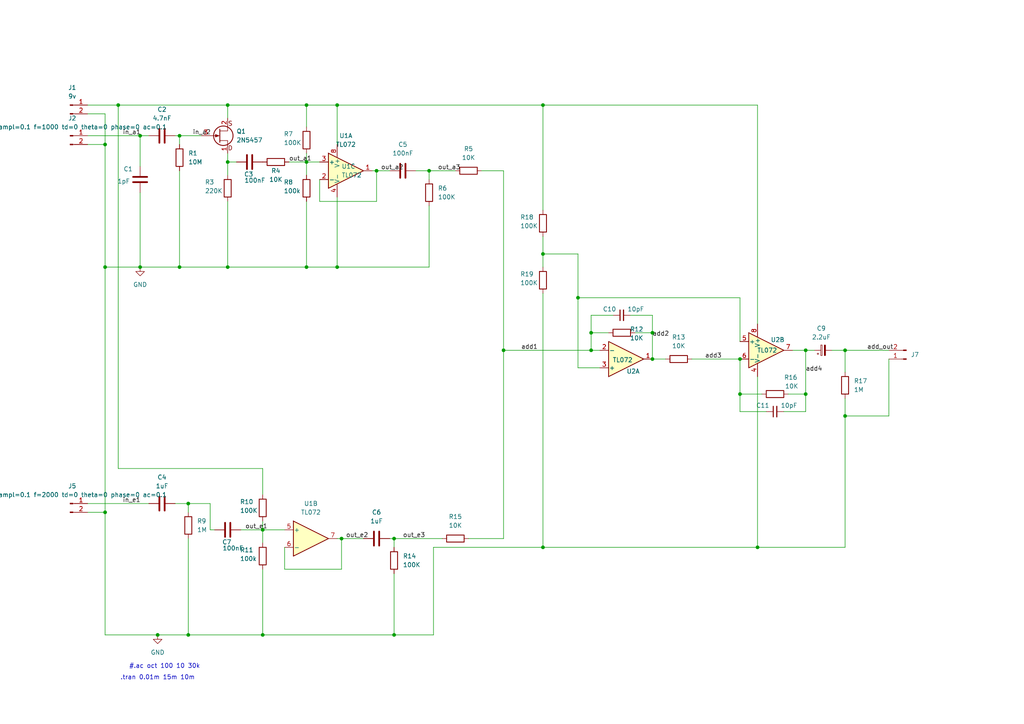
<source format=kicad_sch>
(kicad_sch (version 20250114) (generator "eeschema") (generator_version "9.0")
  (paper "A4")
  (title_block (title "AEGM - Acoustic Electric Guitar Mixer") (date "2025-10-17") (rev "V1.1") (company "Andrew Martin") (comment 1 "Fully working") (comment 2 "V1.1 Redid feedback on the non-inverting amp for electric"))
  (lib_symbols
    (symbol "ACRM:2N5457" (pin_names (hide yes))
      (property "Reference" "Q" (at 5.08 1.905 0))
      (property "Value" "2N5457" (at 5.08 0 0))
      (symbol "2N5457_0_1"
        (polyline (pts (xy 0 0) (xy -1.016 0.381) (xy -1.016 -0.381) (xy 0 0)) (fill (type outline)))
        (polyline (pts (xy 0.254 1.905) (xy 0.254 -1.905)) (stroke (width 0.254)))
        (polyline (pts (xy 0.254 0) (xy -2.54 0)))
        (circle (center 1.27 0) (radius 2.8194) (stroke (width 0.254)))
        (polyline (pts (xy 2.54 2.54) (xy 2.54 1.397) (xy 0.254 1.397)))
        (polyline (pts (xy 2.54 -2.54) (xy 2.54 -1.397) (xy 0.254 -1.397)))
      )
      (symbol "2N5457_1_1"
        (text "S" (at 3.302 3.556 0) (effects (font (size 1.27 1.27))))
        (text "D" (at 3.302 -3.556 0) (effects (font (size 1.27 1.27))))
        (pin input line (at -5.08 0 0) (length 2.54) (name "G") (number "3"))
        (pin passive line (at 2.54 5.08 270) (length 2.54) (name "D") (number "2"))
        (pin passive line (at 2.54 -5.08 90) (length 2.54) (name "S") (number "1"))
      )
    )
    (symbol "Amplifier_Operational:TL072" (pin_names (offset 0.127))
      (property "Reference" "U" (at 0 5.08 0))
      (property "Value" "TL072" (at 0 -5.08 0))
      (symbol "TL072_1_1"
        (polyline (pts (xy -5.08 5.08) (xy 5.08 0) (xy -5.08 -5.08) (xy -5.08 5.08)) (stroke (width 0.254)) (fill (type background)))
        (pin input line (at -7.62 2.54 0) (length 2.54) (name "+") (number "3"))
        (pin input line (at -7.62 -2.54 0) (length 2.54) (name "-") (number "2"))
        (pin output line (at 7.62 0 180) (length 2.54) (name "~") (number "1"))
      )
      (symbol "TL072_2_1"
        (polyline (pts (xy -5.08 5.08) (xy 5.08 0) (xy -5.08 -5.08) (xy -5.08 5.08)) (stroke (width 0.254)) (fill (type background)))
        (pin input line (at -7.62 2.54 0) (length 2.54) (name "+") (number "5"))
        (pin input line (at -7.62 -2.54 0) (length 2.54) (name "-") (number "6"))
        (pin output line (at 7.62 0 180) (length 2.54) (name "~") (number "7"))
      )
      (symbol "TL072_3_1"
        (pin power_in line (at -2.54 7.62 270) (length 3.81) (name "V+") (number "8"))
        (pin power_in line (at -2.54 -7.62 90) (length 3.81) (name "V-") (number "4"))
      )
    )
    (symbol "Connector:Conn_01x02_Pin" (pin_names (offset 1.016) (hide yes))
      (property "Reference" "J" (at 0 2.54 0))
      (property "Value" "Conn_01x02_Pin" (at 0 -5.08 0))
      (symbol "Conn_01x02_Pin_1_1"
        (rectangle (start 0.8636 0.127) (end 0 -0.127) (stroke (width 0.1524)) (fill (type outline)))
        (rectangle (start 0.8636 -2.413) (end 0 -2.667) (stroke (width 0.1524)) (fill (type outline)))
        (polyline (pts (xy 1.27 0) (xy 0.8636 0)) (stroke (width 0.1524)))
        (polyline (pts (xy 1.27 -2.54) (xy 0.8636 -2.54)) (stroke (width 0.1524)))
        (pin passive line (at 5.08 0 180) (length 3.81) (name "Pin_1") (number "1"))
        (pin passive line (at 5.08 -2.54 180) (length 3.81) (name "Pin_2") (number "2"))
      )
    )
    (symbol "Device:C" (pin_numbers (hide yes)) (pin_names (offset 0.254))
      (property "Reference" "C" (at 0.635 2.54 0))
      (property "Value" "C" (at 0.635 -2.54 0))
      (symbol "C_0_1"
        (polyline (pts (xy -2.032 0.762) (xy 2.032 0.762)) (stroke (width 0.508)))
        (polyline (pts (xy -2.032 -0.762) (xy 2.032 -0.762)) (stroke (width 0.508)))
      )
      (symbol "C_1_1"
        (pin passive line (at 0 3.81 270) (length 2.794) (name "~") (number "1"))
        (pin passive line (at 0 -3.81 90) (length 2.794) (name "~") (number "2"))
      )
    )
    (symbol "Device:C_Polarized_Small" (pin_numbers (hide yes)) (pin_names (offset 0.254) (hide yes))
      (property "Reference" "C" (at 0.254 1.778 0))
      (property "Value" "C_Polarized_Small" (at 0.254 -2.032 0))
      (symbol "C_Polarized_Small_0_1"
        (rectangle (start -1.524 0.6858) (end 1.524 0.3048))
        (rectangle (start -1.524 -0.3048) (end 1.524 -0.6858) (fill (type outline)))
        (polyline (pts (xy -1.27 1.524) (xy -0.762 1.524)))
        (polyline (pts (xy -1.016 1.27) (xy -1.016 1.778)))
      )
      (symbol "C_Polarized_Small_1_1"
        (pin passive line (at 0 2.54 270) (length 1.8542) (name "~") (number "1"))
        (pin passive line (at 0 -2.54 90) (length 1.8542) (name "~") (number "2"))
      )
    )
    (symbol "Device:C_Small" (pin_numbers (hide yes)) (pin_names (offset 0.254) (hide yes))
      (property "Reference" "C" (at 0.254 1.778 0))
      (property "Value" "C_Small" (at 0.254 -2.032 0))
      (symbol "C_Small_0_1"
        (polyline (pts (xy -1.524 0.508) (xy 1.524 0.508)) (stroke (width 0.3048)))
        (polyline (pts (xy -1.524 -0.508) (xy 1.524 -0.508)) (stroke (width 0.3302)))
      )
      (symbol "C_Small_1_1"
        (pin passive line (at 0 2.54 270) (length 2.032) (name "~") (number "1"))
        (pin passive line (at 0 -2.54 90) (length 2.032) (name "~") (number "2"))
      )
    )
    (symbol "Device:R" (pin_numbers (hide yes)) (pin_names (offset 0))
      (property "Reference" "R" (at 2.032 0 90))
      (property "Value" "R" (at 0 0 90))
      (symbol "R_0_1"
        (rectangle (start -1.016 -2.54) (end 1.016 2.54) (stroke (width 0.254)))
      )
      (symbol "R_1_1"
        (pin passive line (at 0 3.81 270) (length 1.27) (name "~") (number "1"))
        (pin passive line (at 0 -3.81 90) (length 1.27) (name "~") (number "2"))
      )
    )
    (symbol "power:GND" (power) (pin_numbers (hide yes)) (pin_names (offset 0) (hide yes))
      (property "Value" "GND" (at 0 -3.81 0))
      (symbol "GND_0_1"
        (polyline (pts (xy 0 0) (xy 0 -1.27) (xy 1.27 -1.27) (xy 0 -2.54) (xy -1.27 -1.27) (xy 0 -1.27)))
      )
      (symbol "GND_1_1"
        (pin power_in line (at 0 0 270) (length 0) (name "~") (number "1"))
      )
    )
  )
  (text "#.ac oct 100 10 30k" (at 47.752 193.294 0) (effects (font (size 1.27 1.27))))
  (text ".tran 0.01m 15m 10m" (at 45.72 196.596 0) (effects (font (size 1.27 1.27))))
  (junction (at 54.61 146.05))
  (junction (at 245.11 120.65))
  (junction (at 30.48 77.47))
  (junction (at 97.79 30.48))
  (junction (at 99.06 156.21))
  (junction (at 157.48 158.75))
  (junction (at 245.11 101.6))
  (junction (at 124.46 49.53))
  (junction (at 233.68 114.3))
  (junction (at 52.07 39.37))
  (junction (at 66.04 30.48))
  (junction (at 30.48 41.91))
  (junction (at 54.61 184.15))
  (junction (at 233.68 101.6))
  (junction (at 114.3 156.21))
  (junction (at 40.64 39.37))
  (junction (at 189.23 96.52))
  (junction (at 214.63 114.3))
  (junction (at 109.22 49.53))
  (junction (at 219.71 158.75))
  (junction (at 157.48 30.48))
  (junction (at 171.45 101.6))
  (junction (at 146.05 101.6))
  (junction (at 30.48 148.59))
  (junction (at 167.64 86.36))
  (junction (at 66.04 46.99))
  (junction (at 97.79 77.47))
  (junction (at 45.72 184.15))
  (junction (at 88.9 46.99))
  (junction (at 88.9 30.48))
  (junction (at 52.07 77.47))
  (junction (at 34.29 30.48))
  (junction (at 88.9 77.47))
  (junction (at 157.48 73.66))
  (junction (at 66.04 77.47))
  (junction (at 76.2 153.67))
  (junction (at 114.3 184.15))
  (junction (at 214.63 104.14))
  (junction (at 76.2 184.15))
  (junction (at 189.23 104.14))
  (junction (at 171.45 96.52))
  (junction (at 40.64 77.47))
  (wire (pts (xy 30.48 77.47) (xy 30.48 148.59)))
  (wire (pts (xy 88.9 44.45) (xy 88.9 46.99)))
  (wire (pts (xy 146.05 156.21) (xy 135.89 156.21)))
  (wire (pts (xy 97.79 156.21) (xy 99.06 156.21)))
  (wire (pts (xy 177.8 91.44) (xy 171.45 91.44)))
  (wire (pts (xy 52.07 41.91) (xy 52.07 39.37)))
  (wire (pts (xy 241.3 101.6) (xy 245.11 101.6)))
  (wire (pts (xy 34.29 30.48) (xy 66.04 30.48)))
  (wire (pts (xy 52.07 49.53) (xy 52.07 77.47)))
  (wire (pts (xy 30.48 148.59) (xy 30.48 184.15)))
  (wire (pts (xy 167.64 106.68) (xy 173.99 106.68)))
  (wire (pts (xy 233.68 119.38) (xy 233.68 114.3)))
  (wire (pts (xy 214.63 119.38) (xy 214.63 114.3)))
  (wire (pts (xy 92.71 58.42) (xy 109.22 58.42)))
  (wire (pts (xy 66.04 50.8) (xy 66.04 46.99)))
  (wire (pts (xy 66.04 77.47) (xy 66.04 58.42)))
  (wire (pts (xy 200.66 104.14) (xy 214.63 104.14)))
  (wire (pts (xy 233.68 114.3) (xy 228.6 114.3)))
  (wire (pts (xy 25.4 39.37) (xy 40.64 39.37)))
  (wire (pts (xy 25.4 33.02) (xy 30.48 33.02)))
  (wire (pts (xy 76.2 184.15) (xy 114.3 184.15)))
  (wire (pts (xy 88.9 58.42) (xy 88.9 77.47)))
  (wire (pts (xy 219.71 158.75) (xy 245.11 158.75)))
  (wire (pts (xy 52.07 77.47) (xy 66.04 77.47)))
  (wire (pts (xy 114.3 156.21) (xy 128.27 156.21)))
  (wire (pts (xy 50.8 39.37) (xy 52.07 39.37)))
  (wire (pts (xy 40.64 77.47) (xy 52.07 77.47)))
  (wire (pts (xy 66.04 30.48) (xy 66.04 34.29)))
  (wire (pts (xy 30.48 33.02) (xy 30.48 41.91)))
  (wire (pts (xy 69.85 153.67) (xy 76.2 153.67)))
  (wire (pts (xy 120.65 49.53) (xy 124.46 49.53)))
  (wire (pts (xy 88.9 46.99) (xy 88.9 50.8)))
  (wire (pts (xy 171.45 101.6) (xy 173.99 101.6)))
  (wire (pts (xy 146.05 101.6) (xy 146.05 156.21)))
  (wire (pts (xy 76.2 151.13) (xy 76.2 153.67)))
  (wire (pts (xy 66.04 30.48) (xy 88.9 30.48)))
  (wire (pts (xy 82.55 165.1) (xy 99.06 165.1)))
  (wire (pts (xy 167.64 86.36) (xy 214.63 86.36)))
  (wire (pts (xy 50.8 146.05) (xy 54.61 146.05)))
  (wire (pts (xy 97.79 57.15) (xy 97.79 77.47)))
  (wire (pts (xy 97.79 41.91) (xy 97.79 30.48)))
  (wire (pts (xy 76.2 153.67) (xy 82.55 153.67)))
  (wire (pts (xy 25.4 148.59) (xy 30.48 148.59)))
  (wire (pts (xy 124.46 49.53) (xy 124.46 52.07)))
  (wire (pts (xy 245.11 101.6) (xy 257.81 101.6)))
  (wire (pts (xy 25.4 30.48) (xy 34.29 30.48)))
  (wire (pts (xy 157.48 30.48) (xy 219.71 30.48)))
  (wire (pts (xy 97.79 77.47) (xy 124.46 77.47)))
  (wire (pts (xy 76.2 165.1) (xy 76.2 184.15)))
  (wire (pts (xy 184.15 96.52) (xy 189.23 96.52)))
  (wire (pts (xy 30.48 77.47) (xy 40.64 77.47)))
  (wire (pts (xy 146.05 101.6) (xy 171.45 101.6)))
  (wire (pts (xy 157.48 30.48) (xy 157.48 60.96)))
  (wire (pts (xy 182.88 91.44) (xy 189.23 91.44)))
  (wire (pts (xy 107.95 49.53) (xy 109.22 49.53)))
  (wire (pts (xy 245.11 158.75) (xy 245.11 120.65)))
  (wire (pts (xy 76.2 135.89) (xy 76.2 143.51)))
  (wire (pts (xy 45.72 184.15) (xy 54.61 184.15)))
  (wire (pts (xy 214.63 104.14) (xy 214.63 114.3)))
  (wire (pts (xy 146.05 49.53) (xy 146.05 101.6)))
  (wire (pts (xy 88.9 46.99) (xy 92.71 46.99)))
  (wire (pts (xy 66.04 77.47) (xy 88.9 77.47)))
  (wire (pts (xy 222.25 119.38) (xy 214.63 119.38)))
  (wire (pts (xy 257.81 120.65) (xy 245.11 120.65)))
  (wire (pts (xy 167.64 86.36) (xy 167.64 106.68)))
  (wire (pts (xy 82.55 165.1) (xy 82.55 158.75)))
  (wire (pts (xy 245.11 101.6) (xy 245.11 107.95)))
  (wire (pts (xy 30.48 41.91) (xy 30.48 77.47)))
  (wire (pts (xy 88.9 30.48) (xy 97.79 30.48)))
  (wire (pts (xy 109.22 49.53) (xy 113.03 49.53)))
  (wire (pts (xy 34.29 30.48) (xy 34.29 135.89)))
  (wire (pts (xy 76.2 153.67) (xy 76.2 157.48)))
  (wire (pts (xy 92.71 58.42) (xy 92.71 52.07)))
  (wire (pts (xy 157.48 68.58) (xy 157.48 73.66)))
  (wire (pts (xy 34.29 135.89) (xy 76.2 135.89)))
  (wire (pts (xy 88.9 30.48) (xy 88.9 36.83)))
  (wire (pts (xy 157.48 158.75) (xy 219.71 158.75)))
  (wire (pts (xy 40.64 39.37) (xy 43.18 39.37)))
  (wire (pts (xy 227.33 119.38) (xy 233.68 119.38)))
  (wire (pts (xy 60.96 153.67) (xy 60.96 146.05)))
  (wire (pts (xy 40.64 39.37) (xy 40.64 48.26)))
  (wire (pts (xy 233.68 101.6) (xy 229.87 101.6)))
  (wire (pts (xy 114.3 166.37) (xy 114.3 184.15)))
  (wire (pts (xy 66.04 46.99) (xy 66.04 44.45)))
  (wire (pts (xy 171.45 96.52) (xy 176.53 96.52)))
  (wire (pts (xy 157.48 73.66) (xy 167.64 73.66)))
  (wire (pts (xy 25.4 146.05) (xy 43.18 146.05)))
  (wire (pts (xy 25.4 41.91) (xy 30.48 41.91)))
  (wire (pts (xy 171.45 101.6) (xy 171.45 96.52)))
  (wire (pts (xy 189.23 96.52) (xy 189.23 104.14)))
  (wire (pts (xy 189.23 104.14) (xy 193.04 104.14)))
  (wire (pts (xy 68.58 46.99) (xy 66.04 46.99)))
  (wire (pts (xy 171.45 91.44) (xy 171.45 96.52)))
  (wire (pts (xy 52.07 39.37) (xy 58.42 39.37)))
  (wire (pts (xy 97.79 30.48) (xy 157.48 30.48)))
  (wire (pts (xy 219.71 109.22) (xy 219.71 158.75)))
  (wire (pts (xy 99.06 156.21) (xy 99.06 165.1)))
  (wire (pts (xy 233.68 101.6) (xy 236.22 101.6)))
  (wire (pts (xy 214.63 86.36) (xy 214.63 99.06)))
  (wire (pts (xy 139.7 49.53) (xy 146.05 49.53)))
  (wire (pts (xy 113.03 156.21) (xy 114.3 156.21)))
  (wire (pts (xy 167.64 73.66) (xy 167.64 86.36)))
  (wire (pts (xy 233.68 114.3) (xy 233.68 101.6)))
  (wire (pts (xy 157.48 73.66) (xy 157.48 77.47)))
  (wire (pts (xy 189.23 91.44) (xy 189.23 96.52)))
  (wire (pts (xy 109.22 49.53) (xy 109.22 58.42)))
  (wire (pts (xy 40.64 55.88) (xy 40.64 77.47)))
  (wire (pts (xy 257.81 104.14) (xy 257.81 120.65)))
  (wire (pts (xy 124.46 49.53) (xy 132.08 49.53)))
  (wire (pts (xy 125.73 158.75) (xy 157.48 158.75)))
  (wire (pts (xy 219.71 30.48) (xy 219.71 93.98)))
  (wire (pts (xy 88.9 77.47) (xy 97.79 77.47)))
  (wire (pts (xy 125.73 158.75) (xy 125.73 184.15)))
  (wire (pts (xy 114.3 156.21) (xy 114.3 158.75)))
  (wire (pts (xy 54.61 184.15) (xy 76.2 184.15)))
  (wire (pts (xy 124.46 59.69) (xy 124.46 77.47)))
  (wire (pts (xy 54.61 148.59) (xy 54.61 146.05)))
  (wire (pts (xy 214.63 114.3) (xy 220.98 114.3)))
  (wire (pts (xy 125.73 184.15) (xy 114.3 184.15)))
  (wire (pts (xy 60.96 153.67) (xy 62.23 153.67)))
  (wire (pts (xy 83.82 46.99) (xy 88.9 46.99)))
  (wire (pts (xy 157.48 85.09) (xy 157.48 158.75)))
  (wire (pts (xy 54.61 146.05) (xy 60.96 146.05)))
  (wire (pts (xy 99.06 156.21) (xy 105.41 156.21)))
  (wire (pts (xy 54.61 156.21) (xy 54.61 184.15)))
  (wire (pts (xy 245.11 120.65) (xy 245.11 115.57)))
  (wire (pts (xy 30.48 184.15) (xy 45.72 184.15)))
  (label "add1" (at 151.13 101.6 0))
  (label "out_e2" (at 100.33 156.21 0))
  (label "add_out" (at 251.46 101.6 0))
  (label "add2" (at 189.23 97.79 0))
  (label "out_a2" (at 110.49 49.53 0))
  (label "add3" (at 204.47 104.14 0))
  (label "in_a1" (at 35.56 39.37 0))
  (label "in_e1" (at 35.56 146.05 0))
  (label "out_a1" (at 83.82 46.99 0))
  (label "in_a2" (at 55.88 39.37 0))
  (label "out_e3" (at 116.84 156.21 0))
  (label "add4" (at 233.68 107.95 0))
  (label "out_a3" (at 127 49.53 0))
  (label "out_e1" (at 71.12 153.67 0))
  (symbol (lib_id "Device:C") (at 40.64 52.07 0) (unit 1)
    (property "Reference" "C1" (at 35.814 49.022 0) (effects (justify left)))
    (property "Value" "1pF" (at 34.036 52.578 0) (effects (justify left)))
    (property "Footprint" "Capacitor_THT:C_Disc_D4.3mm_W1.9mm_P5.00mm" (effects (hide yes)))
    (property "Description" "Unpolarized capacitor" (effects (hide yes)))
  )
  (symbol (lib_id "Amplifier_Operational:TL072") (at 90.17 156.21 0) (unit 2)
    (property "Reference" "U1" (at 90.17 146.05 0))
    (property "Value" "TL072" (at 90.17 148.59 0))
    (property "Datasheet" "http://www.ti.com/lit/ds/symlink/tl071.pdf" (effects (hide yes)))
    (property "Description" "Dual Low-Noise JFET-Input Operational Amplifiers, DIP-8/SOIC-8" (effects (hide yes)))
    (property "Sim.Library" "TL072_DBL.301" (effects (hide yes)))
    (property "Sim.Name" "TL072_DBL" (effects (hide yes)))
    (property "Sim.Device" "SUBCKT" (effects (hide yes)))
    (property "Sim.Pins" "1=1OUT 2=1INV 3=1NON 4=GND 5=2NON 6=2INV 7=2OUT 8=VCC" (effects (hide yes)))
  )
  (symbol (lib_id "Amplifier_Operational:TL072") (at 100.33 49.53 0) (unit 1)
    (property "Reference" "U1" (at 100.33 39.37 0))
    (property "Value" "TL072" (at 100.33 41.91 0))
    (property "Datasheet" "http://www.ti.com/lit/ds/symlink/tl071.pdf" (effects (hide yes)))
    (property "Description" "Dual Low-Noise JFET-Input Operational Amplifiers, DIP-8/SOIC-8" (effects (hide yes)))
    (property "Sim.Library" "TL072_DBL.301" (effects (hide yes)))
    (property "Sim.Name" "TL072_DBL" (effects (hide yes)))
    (property "Sim.Device" "SUBCKT" (effects (hide yes)))
    (property "Sim.Pins" "1=1OUT 2=1INV 3=1NON 4=GND 5=2NON 6=2INV 7=2OUT 8=VCC" (effects (hide yes)))
  )
  (symbol (lib_id "Device:R") (at 180.34 96.52 90) (unit 1)
    (property "Reference" "R12" (at 184.658 95.504 90))
    (property "Value" "10K" (at 184.658 98.044 90))
    (property "Footprint" "Resistor_THT:R_Axial_DIN0207_L6.3mm_D2.5mm_P10.16mm_Horizontal" (effects (hide yes)))
    (property "Description" "Resistor" (effects (hide yes)))
  )
  (symbol (lib_id "Amplifier_Operational:TL072") (at 181.61 104.14 0) (mirror x) (unit 1)
    (property "Reference" "U2" (at 183.642 107.696 0))
    (property "Value" "TL072" (at 180.594 104.394 0))
    (property "Footprint" "Package_DIP:DIP-8_W7.62mm" (effects (hide yes)))
    (property "Datasheet" "http://www.ti.com/lit/ds/symlink/tl071.pdf" (effects (hide yes)))
    (property "Description" "Dual Low-Noise JFET-Input Operational Amplifiers, DIP-8/SOIC-8" (effects (hide yes)))
    (property "Sim.Library" "TL072_DBL.301" (effects (hide yes)))
    (property "Sim.Name" "TL072_DBL" (effects (hide yes)))
    (property "Sim.Device" "SUBCKT" (effects (hide yes)))
    (property "Sim.Pins" "1=1OUT 2=1INV 3=1NON 4=GND 5=2NON 6=2INV 7=2OUT 8=VCC" (effects (hide yes)))
  )
  (symbol (lib_id "Device:R") (at 80.01 46.99 90) (unit 1)
    (property "Reference" "R4" (at 80.01 49.53 90))
    (property "Value" "10K" (at 80.01 52.07 90))
    (property "Footprint" "Resistor_THT:R_Axial_DIN0207_L6.3mm_D2.5mm_P10.16mm_Horizontal" (effects (hide yes)))
    (property "Description" "Resistor" (effects (hide yes)))
  )
  (symbol (lib_id "Device:R") (at 66.04 54.61 0) (unit 1)
    (property "Reference" "R3" (at 59.436 52.832 0) (effects (justify left)))
    (property "Value" "220K" (at 59.436 55.372 0) (effects (justify left)))
    (property "Footprint" "Resistor_THT:R_Axial_DIN0207_L6.3mm_D2.5mm_P10.16mm_Horizontal" (effects (hide yes)))
    (property "Description" "Resistor" (effects (hide yes)))
  )
  (symbol (lib_id "Device:R") (at 224.79 114.3 90) (unit 1)
    (property "Reference" "R16" (at 229.362 109.474 90))
    (property "Value" "10K" (at 229.616 112.014 90))
    (property "Footprint" "Resistor_THT:R_Axial_DIN0207_L6.3mm_D2.5mm_P10.16mm_Horizontal" (effects (hide yes)))
    (property "Description" "Resistor" (effects (hide yes)))
  )
  (symbol (lib_id "Connector:Conn_01x02_Pin") (at 20.32 30.48 0) (unit 1)
    (property "Reference" "J1" (at 20.955 25.4 0))
    (property "Value" "9v" (at 20.955 27.94 0))
    (property "Description" "Generic connector, single row, 01x02, script generated" (effects (hide yes)))
    (property "Sim.Device" "V" (effects (hide yes)))
    (property "Sim.Type" "DC" (effects (hide yes)))
    (property "Sim.Pins" "1=+ 2=-" (effects (hide yes)))
  )
  (symbol (lib_id "Device:C_Polarized_Small") (at 238.76 101.6 90) (unit 1)
    (property "Reference" "C9" (at 238.2139 95.25 90))
    (property "Value" "2.2uF" (at 238.2139 97.79 90))
    (property "Footprint" "Capacitor_THT:CP_Radial_D5.0mm_P2.00mm" (effects (hide yes)))
    (property "Description" "Polarized capacitor, small symbol" (effects (hide yes)))
  )
  (symbol (lib_id "Device:R") (at 124.46 55.88 0) (unit 1)
    (property "Reference" "R6" (at 127 54.6099 0) (effects (justify left)))
    (property "Value" "100K" (at 127 57.1499 0) (effects (justify left)))
    (property "Description" "Resistor" (effects (hide yes)))
  )
  (symbol (lib_id "Device:C") (at 116.84 49.53 90) (unit 1)
    (property "Reference" "C5" (at 116.84 41.91 90))
    (property "Value" "100nF" (at 116.84 44.45 90))
    (property "Footprint" "Capacitor_THT:C_Rect_L7.2mm_W4.5mm_P5.00mm_FKS2_FKP2_MKS2_MKP2" (effects (hide yes)))
    (property "Description" "Unpolarized capacitor" (effects (hide yes)))
  )
  (symbol (lib_id "Device:R") (at 132.08 156.21 90) (unit 1)
    (property "Reference" "R15" (at 132.08 149.86 90))
    (property "Value" "10K" (at 132.08 152.4 90))
    (property "Footprint" "Resistor_THT:R_Axial_DIN0207_L6.3mm_D2.5mm_P10.16mm_Horizontal" (effects (hide yes)))
    (property "Description" "Resistor" (effects (hide yes)))
  )
  (symbol (lib_id "Device:C_Small") (at 180.34 91.44 90) (unit 1)
    (property "Reference" "C10" (at 176.784 89.662 90))
    (property "Value" "10pF" (at 184.404 89.662 90))
    (property "Footprint" "Capacitor_THT:C_Disc_D4.3mm_W1.9mm_P5.00mm" (effects (hide yes)))
    (property "Description" "Unpolarized capacitor, small symbol" (effects (hide yes)))
  )
  (symbol (lib_id "Device:R") (at 54.61 152.4 0) (unit 1)
    (property "Reference" "R9" (at 57.15 151.1299 0) (effects (justify left)))
    (property "Value" "1M" (at 57.15 153.6699 0) (effects (justify left)))
    (property "Footprint" "Resistor_THT:R_Axial_DIN0207_L6.3mm_D2.5mm_P10.16mm_Horizontal" (effects (hide yes)))
    (property "Description" "Resistor" (effects (hide yes)))
  )
  (symbol (lib_id "Device:R") (at 196.85 104.14 270) (unit 1)
    (property "Reference" "R13" (at 196.85 97.79 90))
    (property "Value" "10K" (at 196.85 100.33 90))
    (property "Footprint" "Resistor_THT:R_Axial_DIN0207_L6.3mm_D2.5mm_P10.16mm_Horizontal" (effects (hide yes)))
    (property "Description" "Resistor" (effects (hide yes)))
  )
  (symbol (lib_id "Device:C") (at 66.04 153.67 90) (unit 1)
    (property "Reference" "C7" (at 65.786 157.226 90))
    (property "Value" "100nF" (at 67.564 159.004 90))
    (property "Footprint" "Capacitor_THT:C_Rect_L7.2mm_W2.5mm_P5.00mm_FKS2_FKP2_MKS2_MKP2" (effects (hide yes)))
    (property "Description" "Unpolarized capacitor" (effects (hide yes)))
  )
  (symbol (lib_id "Device:R") (at 88.9 54.61 0) (unit 1)
    (property "Reference" "R8" (at 82.296 52.832 0) (effects (justify left)))
    (property "Value" "100k" (at 82.296 55.372 0) (effects (justify left)))
    (property "Footprint" "Resistor_THT:R_Axial_DIN0207_L6.3mm_D2.5mm_P10.16mm_Horizontal" (effects (hide yes)))
    (property "Description" "Resistor" (effects (hide yes)))
  )
  (symbol (lib_id "Device:R") (at 114.3 162.56 0) (unit 1)
    (property "Reference" "R14" (at 116.84 161.2899 0) (effects (justify left)))
    (property "Value" "100K" (at 116.84 163.8299 0) (effects (justify left)))
    (property "Description" "Resistor" (effects (hide yes)))
  )
  (symbol (lib_id "Device:C") (at 46.99 146.05 90) (unit 1)
    (property "Reference" "C4" (at 46.99 138.43 90))
    (property "Value" "1uF" (at 46.99 140.97 90))
    (property "Footprint" "Capacitor_THT:C_Rect_L7.2mm_W2.5mm_P5.00mm_FKS2_FKP2_MKS2_MKP2" (effects (hide yes)))
    (property "Description" "Unpolarized capacitor" (effects (hide yes)))
  )
  (symbol (lib_id "Device:R") (at 157.48 81.28 0) (unit 1)
    (property "Reference" "R19" (at 150.876 79.502 0) (effects (justify left)))
    (property "Value" "100K" (at 150.876 82.042 0) (effects (justify left)))
    (property "Footprint" "Resistor_THT:R_Axial_DIN0207_L6.3mm_D2.5mm_P10.16mm_Horizontal" (effects (hide yes)))
    (property "Description" "Resistor" (effects (hide yes)))
  )
  (symbol (lib_id "Device:R") (at 135.89 49.53 90) (unit 1)
    (property "Reference" "R5" (at 135.89 43.18 90))
    (property "Value" "10K" (at 135.89 45.72 90))
    (property "Footprint" "Resistor_THT:R_Axial_DIN0207_L6.3mm_D2.5mm_P10.16mm_Horizontal" (effects (hide yes)))
    (property "Description" "Resistor" (effects (hide yes)))
  )
  (symbol (lib_id "Device:R") (at 88.9 40.64 0) (unit 1)
    (property "Reference" "R7" (at 82.296 38.862 0) (effects (justify left)))
    (property "Value" "100K" (at 82.296 41.402 0) (effects (justify left)))
    (property "Footprint" "Resistor_THT:R_Axial_DIN0207_L6.3mm_D2.5mm_P10.16mm_Horizontal" (effects (hide yes)))
    (property "Description" "Resistor" (effects (hide yes)))
  )
  (symbol (lib_id "Connector:Conn_01x02_Pin") (at 262.89 104.14 180) (unit 1) (exclude_from_sim yes)
    (property "Reference" "J7" (at 264.16 102.8701 0) (effects (justify right)))
    (property "Value" "Conn_01x02_Pin" (effects (hide yes)))
    (property "Footprint" "Connector_Molex:Molex_KK-254_AE-6410-02A_1x02_P2.54mm_Vertical" (effects (hide yes)))
    (property "Description" "Generic connector, single row, 01x02, script generated" (effects (hide yes)))
  )
  (symbol (lib_id "Device:R") (at 76.2 161.29 0) (unit 1)
    (property "Reference" "R11" (at 69.596 159.512 0) (effects (justify left)))
    (property "Value" "100k" (at 69.596 162.052 0) (effects (justify left)))
    (property "Footprint" "Resistor_THT:R_Axial_DIN0207_L6.3mm_D2.5mm_P10.16mm_Horizontal" (effects (hide yes)))
    (property "Description" "Resistor" (effects (hide yes)))
  )
  (symbol (lib_id "Device:C") (at 46.99 39.37 90) (unit 1)
    (property "Reference" "C2" (at 46.99 31.75 90))
    (property "Value" "4.7nF" (at 46.99 34.29 90))
    (property "Footprint" "Capacitor_THT:C_Rect_L7.2mm_W2.5mm_P5.00mm_FKS2_FKP2_MKS2_MKP2" (effects (hide yes)))
    (property "Description" "Unpolarized capacitor" (effects (hide yes)))
  )
  (symbol (lib_id "Device:R") (at 76.2 147.32 0) (unit 1)
    (property "Reference" "R10" (at 69.596 145.542 0) (effects (justify left)))
    (property "Value" "100K" (at 69.596 148.082 0) (effects (justify left)))
    (property "Footprint" "Resistor_THT:R_Axial_DIN0207_L6.3mm_D2.5mm_P10.16mm_Horizontal" (effects (hide yes)))
    (property "Description" "Resistor" (effects (hide yes)))
  )
  (symbol (lib_id "Device:R") (at 245.11 111.76 180) (unit 1)
    (property "Reference" "R17" (at 247.65 110.4899 0) (effects (justify right)))
    (property "Value" "1M" (at 247.65 113.0299 0) (effects (justify right)))
    (property "Footprint" "Resistor_THT:R_Axial_DIN0207_L6.3mm_D2.5mm_P10.16mm_Horizontal" (effects (hide yes)))
    (property "Description" "Resistor" (effects (hide yes)))
  )
  (symbol (lib_id "Connector:Conn_01x02_Pin") (at 20.32 146.05 0) (unit 1)
    (property "Reference" "J5" (at 20.955 140.97 0))
    (property "Value" "${SIM.PARAMS}" (at 20.955 143.51 0))
    (property "Description" "Generic connector, single row, 01x02, script generated" (effects (hide yes)))
    (property "Sim.Device" "V" (effects (hide yes)))
    (property "Sim.Type" "SIN" (effects (hide yes)))
    (property "Sim.Pins" "1=+ 2=-" (effects (hide yes)))
    (property "Sim.Params" "dc=0 ampl=0.1 f=2000 td=0 theta=0 phase=0 ac=0.1" (effects (hide yes)))
  )
  (symbol (lib_id "Device:C") (at 72.39 46.99 90) (unit 1)
    (property "Reference" "C3" (at 72.136 50.546 90))
    (property "Value" "100nF" (at 73.914 52.324 90))
    (property "Footprint" "Capacitor_THT:C_Rect_L7.2mm_W2.5mm_P5.00mm_FKS2_FKP2_MKS2_MKP2" (effects (hide yes)))
    (property "Description" "Unpolarized capacitor" (effects (hide yes)))
  )
  (symbol (lib_id "ACRM:2N5457") (at 63.5 39.37 0) (unit 1)
    (property "Reference" "Q1" (at 68.58 38.0999 0) (effects (justify left)))
    (property "Value" "2N5457" (at 68.58 40.6399 0) (effects (justify left)))
    (property "Footprint" "Package_TO_SOT_THT:TO-92_HandSolder" (effects (hide yes)))
    (property "Description" "N-Channel JFET, TO-92" (effects (hide yes)))
    (property "Sim.Device" "NJFET" (effects (hide yes)))
    (property "Sim.Type" "SHICHMANHODGES" (effects (hide yes)))
    (property "Sim.Pins" "1=D 2=S 3=G" (effects (hide yes)))
    (property "Sim.Library" "2N5457_CSM.LIB" (effects (hide yes)))
    (property "Sim.Name" "2N5457" (effects (hide yes)))
  )
  (symbol (lib_id "Device:C") (at 109.22 156.21 90) (unit 1)
    (property "Reference" "C6" (at 109.22 148.59 90))
    (property "Value" "1uF" (at 109.22 151.13 90))
    (property "Footprint" "Capacitor_THT:C_Rect_L7.2mm_W4.5mm_P5.00mm_FKS2_FKP2_MKS2_MKP2" (effects (hide yes)))
    (property "Description" "Unpolarized capacitor" (effects (hide yes)))
  )
  (symbol (lib_id "Amplifier_Operational:TL072") (at 222.25 101.6 0) (unit 2)
    (property "Reference" "U2" (at 225.552 98.552 0))
    (property "Value" "TL072" (at 222.504 101.6 0))
    (property "Footprint" "Package_DIP:DIP-8_W7.62mm" (effects (hide yes)))
    (property "Datasheet" "http://www.ti.com/lit/ds/symlink/tl071.pdf" (effects (hide yes)))
    (property "Description" "Dual Low-Noise JFET-Input Operational Amplifiers, DIP-8/SOIC-8" (effects (hide yes)))
    (property "Sim.Library" "TL072_DBL.301" (effects (hide yes)))
    (property "Sim.Name" "TL072_DBL" (effects (hide yes)))
    (property "Sim.Device" "SUBCKT" (effects (hide yes)))
    (property "Sim.Pins" "1=1OUT 2=1INV 3=1NON 4=GND 5=2NON 6=2INV 7=2OUT 8=VCC" (effects (hide yes)))
  )
  (symbol (lib_id "Device:R") (at 157.48 64.77 0) (unit 1)
    (property "Reference" "R18" (at 150.876 62.992 0) (effects (justify left)))
    (property "Value" "100K" (at 150.876 65.532 0) (effects (justify left)))
    (property "Footprint" "Resistor_THT:R_Axial_DIN0207_L6.3mm_D2.5mm_P10.16mm_Horizontal" (effects (hide yes)))
    (property "Description" "Resistor" (effects (hide yes)))
  )
  (symbol (lib_id "Device:R") (at 52.07 45.72 0) (unit 1)
    (property "Reference" "R1" (at 54.61 44.4499 0) (effects (justify left)))
    (property "Value" "10M" (at 54.61 46.9899 0) (effects (justify left)))
    (property "Footprint" "Resistor_THT:R_Axial_DIN0207_L6.3mm_D2.5mm_P10.16mm_Horizontal" (effects (hide yes)))
    (property "Description" "Resistor" (effects (hide yes)))
  )
  (symbol (lib_id "Amplifier_Operational:TL072") (at 222.25 101.6 0) (unit 3)
    (property "Reference" "U2" (effects (hide yes)))
    (property "Value" "TL072" (effects (hide yes)))
    (property "Footprint" "Package_DIP:DIP-8_W7.62mm" (effects (hide yes)))
    (property "Datasheet" "http://www.ti.com/lit/ds/symlink/tl071.pdf" (effects (hide yes)))
    (property "Description" "Dual Low-Noise JFET-Input Operational Amplifiers, DIP-8/SOIC-8" (effects (hide yes)))
    (property "Sim.Library" "TL072_DBL.301" (effects (hide yes)))
    (property "Sim.Name" "TL072_DBL" (effects (hide yes)))
    (property "Sim.Device" "SUBCKT" (effects (hide yes)))
    (property "Sim.Pins" "1=1OUT 2=1INV 3=1NON 4=GND 5=2NON 6=2INV 7=2OUT 8=VCC" (effects (hide yes)))
  )
  (symbol (lib_id "power:GND") (at 40.64 77.47 0) (unit 1)
    (property "Reference" "#PWR01" (effects (hide yes)))
    (property "Value" "GND" (at 40.64 82.55 0))
    (property "Description" "Power symbol creates a global label with name \"GND\" , ground" (effects (hide yes)))
  )
  (symbol (lib_id "Amplifier_Operational:TL072") (at 100.33 49.53 0) (unit 3)
    (property "Reference" "U1" (at 99.06 48.2599 0) (effects (justify left)))
    (property "Value" "TL072" (at 99.06 50.7999 0) (effects (justify left)))
    (property "Datasheet" "http://www.ti.com/lit/ds/symlink/tl071.pdf" (effects (hide yes)))
    (property "Description" "Dual Low-Noise JFET-Input Operational Amplifiers, DIP-8/SOIC-8" (effects (hide yes)))
    (property "Sim.Library" "TL072_DBL.301" (effects (hide yes)))
    (property "Sim.Name" "TL072_DBL" (effects (hide yes)))
    (property "Sim.Device" "SUBCKT" (effects (hide yes)))
    (property "Sim.Pins" "1=1OUT 2=1INV 3=1NON 4=GND 5=2NON 6=2INV 7=2OUT 8=VCC" (effects (hide yes)))
  )
  (symbol (lib_id "power:GND") (at 45.72 184.15 0) (unit 1)
    (property "Reference" "#PWR02" (effects (hide yes)))
    (property "Value" "GND" (at 45.72 189.23 0))
    (property "Description" "Power symbol creates a global label with name \"GND\" , ground" (effects (hide yes)))
  )
  (symbol (lib_id "Device:C_Small") (at 224.79 119.38 90) (unit 1)
    (property "Reference" "C11" (at 221.234 117.602 90))
    (property "Value" "10pF" (at 228.854 117.602 90))
    (property "Footprint" "Capacitor_THT:C_Disc_D4.3mm_W1.9mm_P5.00mm" (effects (hide yes)))
    (property "Description" "Unpolarized capacitor, small symbol" (effects (hide yes)))
  )
  (symbol (lib_id "Connector:Conn_01x02_Pin") (at 20.32 39.37 0) (unit 1)
    (property "Reference" "J2" (at 20.955 34.29 0))
    (property "Value" "${SIM.PARAMS}" (at 20.955 36.83 0))
    (property "Description" "Generic connector, single row, 01x02, script generated" (effects (hide yes)))
    (property "Sim.Device" "V" (effects (hide yes)))
    (property "Sim.Type" "SIN" (effects (hide yes)))
    (property "Sim.Pins" "1=+ 2=-" (effects (hide yes)))
    (property "Sim.Params" "dc=0 ampl=0.1 f=1000 td=0 theta=0 phase=0 ac=0.1" (effects (hide yes)))
  )
)
</source>
